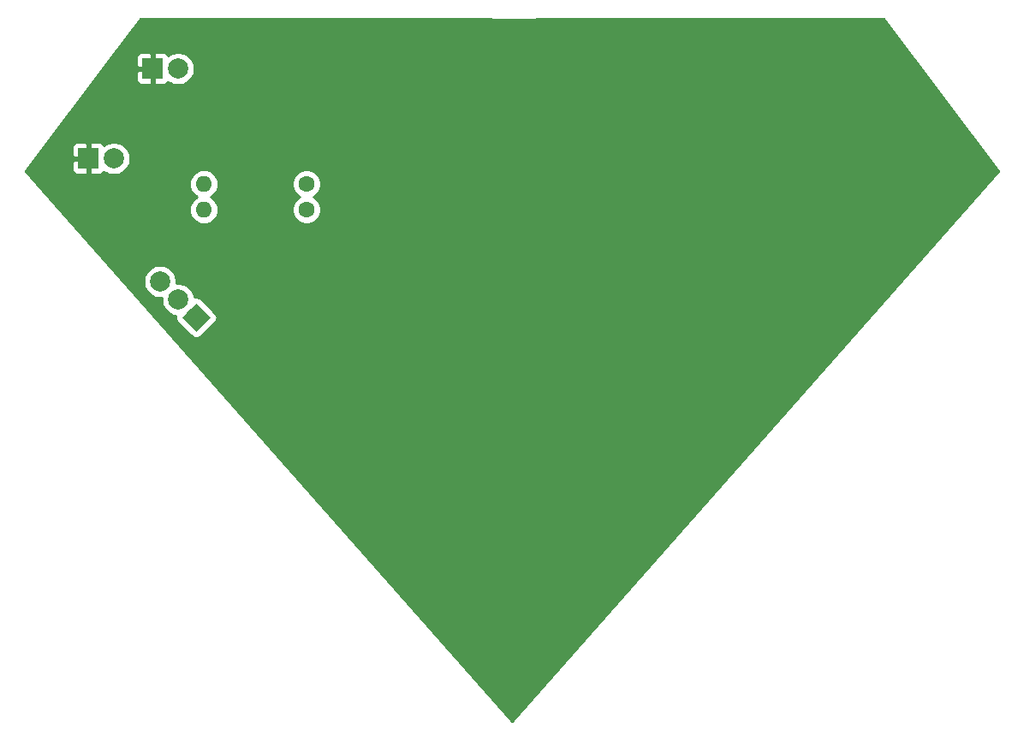
<source format=gbl>
G04 #@! TF.GenerationSoftware,KiCad,Pcbnew,(5.1.2)-1*
G04 #@! TF.CreationDate,2019-06-22T12:29:30-06:00*
G04 #@! TF.ProjectId,superhashtagpcb,73757065-7268-4617-9368-746167706362,rev?*
G04 #@! TF.SameCoordinates,Original*
G04 #@! TF.FileFunction,Copper,L2,Bot*
G04 #@! TF.FilePolarity,Positive*
%FSLAX46Y46*%
G04 Gerber Fmt 4.6, Leading zero omitted, Abs format (unit mm)*
G04 Created by KiCad (PCBNEW (5.1.2)-1) date 2019-06-22 12:29:30*
%MOMM*%
%LPD*%
G04 APERTURE LIST*
%ADD10R,2.000000X2.000000*%
%ADD11C,2.000000*%
%ADD12C,1.600000*%
%ADD13O,1.600000X1.600000*%
%ADD14C,0.100000*%
%ADD15C,0.600000*%
%ADD16C,0.250000*%
%ADD17C,0.254000*%
G04 APERTURE END LIST*
D10*
X114300000Y-85090000D03*
D11*
X116840000Y-85090000D03*
D10*
X107950000Y-93980000D03*
D11*
X110490000Y-93980000D03*
D12*
X129540000Y-96520000D03*
D13*
X119380000Y-96520000D03*
D12*
X129540000Y-99060000D03*
D13*
X119380000Y-99060000D03*
D11*
X115043949Y-106153949D03*
X116840000Y-107950000D03*
X118636051Y-109746051D03*
D14*
G36*
X120050265Y-109746051D02*
G01*
X118636051Y-111160265D01*
X117221837Y-109746051D01*
X118636051Y-108331837D01*
X120050265Y-109746051D01*
X120050265Y-109746051D01*
G37*
D15*
X149860000Y-144780000D03*
D16*
X149860000Y-144780000D02*
X149860000Y-146050000D01*
D17*
G36*
X147659065Y-80181828D02*
G01*
X147686671Y-80191863D01*
X147690767Y-80192911D01*
X147694763Y-80194308D01*
X147723349Y-80201247D01*
X147864989Y-80237487D01*
X147895482Y-80245479D01*
X147897452Y-80245793D01*
X147899390Y-80246289D01*
X147930651Y-80251088D01*
X148010513Y-80263824D01*
X148011865Y-80264318D01*
X148077036Y-80274433D01*
X148108941Y-80279521D01*
X148110374Y-80279607D01*
X148111791Y-80279827D01*
X148144072Y-80281630D01*
X148209882Y-80285582D01*
X148211306Y-80285387D01*
X148275102Y-80288951D01*
X148294152Y-80290827D01*
X148308687Y-80290827D01*
X148323186Y-80291637D01*
X148342293Y-80290827D01*
X151658322Y-80290827D01*
X151677429Y-80291637D01*
X151691927Y-80290827D01*
X151706462Y-80290827D01*
X151725513Y-80288951D01*
X151789312Y-80285386D01*
X151790738Y-80285582D01*
X151856526Y-80281631D01*
X151888818Y-80279827D01*
X151890239Y-80279607D01*
X151891679Y-80279520D01*
X151923689Y-80274415D01*
X151988745Y-80264317D01*
X151990098Y-80263823D01*
X152070032Y-80251074D01*
X152101227Y-80246284D01*
X152103156Y-80245790D01*
X152105121Y-80245477D01*
X152135652Y-80237475D01*
X152277333Y-80201218D01*
X152305851Y-80194293D01*
X152309827Y-80192903D01*
X152313921Y-80191855D01*
X152341577Y-80181800D01*
X152469694Y-80137000D01*
X186626500Y-80137000D01*
X197956322Y-95243429D01*
X149860000Y-149668214D01*
X111263225Y-105992916D01*
X113408949Y-105992916D01*
X113408949Y-106314982D01*
X113471781Y-106630861D01*
X113595031Y-106928412D01*
X113773962Y-107196201D01*
X114001697Y-107423936D01*
X114269486Y-107602867D01*
X114567037Y-107726117D01*
X114882916Y-107788949D01*
X115204982Y-107788949D01*
X115205004Y-107788945D01*
X115205000Y-107788967D01*
X115205000Y-108111033D01*
X115267832Y-108426912D01*
X115391082Y-108724463D01*
X115570013Y-108992252D01*
X115797748Y-109219987D01*
X116065537Y-109398918D01*
X116363088Y-109522168D01*
X116611207Y-109571522D01*
X116596025Y-109621569D01*
X116583765Y-109746051D01*
X116596025Y-109870533D01*
X116632335Y-109990231D01*
X116691300Y-110100545D01*
X116770652Y-110197236D01*
X118184866Y-111611450D01*
X118281557Y-111690802D01*
X118391871Y-111749767D01*
X118511569Y-111786077D01*
X118636051Y-111798337D01*
X118760533Y-111786077D01*
X118880231Y-111749767D01*
X118990545Y-111690802D01*
X119087236Y-111611450D01*
X120501450Y-110197236D01*
X120580802Y-110100545D01*
X120639767Y-109990231D01*
X120676077Y-109870533D01*
X120688337Y-109746051D01*
X120676077Y-109621569D01*
X120639767Y-109501871D01*
X120580802Y-109391557D01*
X120501450Y-109294866D01*
X119087236Y-107880652D01*
X118990545Y-107801300D01*
X118880231Y-107742335D01*
X118760533Y-107706025D01*
X118636051Y-107693765D01*
X118511569Y-107706025D01*
X118461522Y-107721207D01*
X118412168Y-107473088D01*
X118288918Y-107175537D01*
X118109987Y-106907748D01*
X117882252Y-106680013D01*
X117614463Y-106501082D01*
X117316912Y-106377832D01*
X117001033Y-106315000D01*
X116678967Y-106315000D01*
X116678945Y-106315004D01*
X116678949Y-106314982D01*
X116678949Y-105992916D01*
X116616117Y-105677037D01*
X116492867Y-105379486D01*
X116313936Y-105111697D01*
X116086201Y-104883962D01*
X115818412Y-104705031D01*
X115520861Y-104581781D01*
X115204982Y-104518949D01*
X114882916Y-104518949D01*
X114567037Y-104581781D01*
X114269486Y-104705031D01*
X114001697Y-104883962D01*
X113773962Y-105111697D01*
X113595031Y-105379486D01*
X113471781Y-105677037D01*
X113408949Y-105992916D01*
X111263225Y-105992916D01*
X102891811Y-96520000D01*
X117938057Y-96520000D01*
X117965764Y-96801309D01*
X118047818Y-97071808D01*
X118181068Y-97321101D01*
X118360392Y-97539608D01*
X118578899Y-97718932D01*
X118711858Y-97790000D01*
X118578899Y-97861068D01*
X118360392Y-98040392D01*
X118181068Y-98258899D01*
X118047818Y-98508192D01*
X117965764Y-98778691D01*
X117938057Y-99060000D01*
X117965764Y-99341309D01*
X118047818Y-99611808D01*
X118181068Y-99861101D01*
X118360392Y-100079608D01*
X118578899Y-100258932D01*
X118828192Y-100392182D01*
X119098691Y-100474236D01*
X119309508Y-100495000D01*
X119450492Y-100495000D01*
X119661309Y-100474236D01*
X119931808Y-100392182D01*
X120181101Y-100258932D01*
X120399608Y-100079608D01*
X120578932Y-99861101D01*
X120712182Y-99611808D01*
X120794236Y-99341309D01*
X120821943Y-99060000D01*
X120794236Y-98778691D01*
X120712182Y-98508192D01*
X120578932Y-98258899D01*
X120399608Y-98040392D01*
X120181101Y-97861068D01*
X120048142Y-97790000D01*
X120181101Y-97718932D01*
X120399608Y-97539608D01*
X120578932Y-97321101D01*
X120712182Y-97071808D01*
X120794236Y-96801309D01*
X120821943Y-96520000D01*
X120808023Y-96378665D01*
X128105000Y-96378665D01*
X128105000Y-96661335D01*
X128160147Y-96938574D01*
X128268320Y-97199727D01*
X128425363Y-97434759D01*
X128625241Y-97634637D01*
X128857759Y-97790000D01*
X128625241Y-97945363D01*
X128425363Y-98145241D01*
X128268320Y-98380273D01*
X128160147Y-98641426D01*
X128105000Y-98918665D01*
X128105000Y-99201335D01*
X128160147Y-99478574D01*
X128268320Y-99739727D01*
X128425363Y-99974759D01*
X128625241Y-100174637D01*
X128860273Y-100331680D01*
X129121426Y-100439853D01*
X129398665Y-100495000D01*
X129681335Y-100495000D01*
X129958574Y-100439853D01*
X130219727Y-100331680D01*
X130454759Y-100174637D01*
X130654637Y-99974759D01*
X130811680Y-99739727D01*
X130919853Y-99478574D01*
X130975000Y-99201335D01*
X130975000Y-98918665D01*
X130919853Y-98641426D01*
X130811680Y-98380273D01*
X130654637Y-98145241D01*
X130454759Y-97945363D01*
X130222241Y-97790000D01*
X130454759Y-97634637D01*
X130654637Y-97434759D01*
X130811680Y-97199727D01*
X130919853Y-96938574D01*
X130975000Y-96661335D01*
X130975000Y-96378665D01*
X130919853Y-96101426D01*
X130811680Y-95840273D01*
X130654637Y-95605241D01*
X130454759Y-95405363D01*
X130219727Y-95248320D01*
X129958574Y-95140147D01*
X129681335Y-95085000D01*
X129398665Y-95085000D01*
X129121426Y-95140147D01*
X128860273Y-95248320D01*
X128625241Y-95405363D01*
X128425363Y-95605241D01*
X128268320Y-95840273D01*
X128160147Y-96101426D01*
X128105000Y-96378665D01*
X120808023Y-96378665D01*
X120794236Y-96238691D01*
X120712182Y-95968192D01*
X120578932Y-95718899D01*
X120399608Y-95500392D01*
X120181101Y-95321068D01*
X119931808Y-95187818D01*
X119661309Y-95105764D01*
X119450492Y-95085000D01*
X119309508Y-95085000D01*
X119098691Y-95105764D01*
X118828192Y-95187818D01*
X118578899Y-95321068D01*
X118360392Y-95500392D01*
X118181068Y-95718899D01*
X118047818Y-95968192D01*
X117965764Y-96238691D01*
X117938057Y-96520000D01*
X102891811Y-96520000D01*
X101763678Y-95243429D01*
X101961249Y-94980000D01*
X106311928Y-94980000D01*
X106324188Y-95104482D01*
X106360498Y-95224180D01*
X106419463Y-95334494D01*
X106498815Y-95431185D01*
X106595506Y-95510537D01*
X106705820Y-95569502D01*
X106825518Y-95605812D01*
X106950000Y-95618072D01*
X107664250Y-95615000D01*
X107823000Y-95456250D01*
X107823000Y-94107000D01*
X106473750Y-94107000D01*
X106315000Y-94265750D01*
X106311928Y-94980000D01*
X101961249Y-94980000D01*
X103461249Y-92980000D01*
X106311928Y-92980000D01*
X106315000Y-93694250D01*
X106473750Y-93853000D01*
X107823000Y-93853000D01*
X107823000Y-92503750D01*
X108077000Y-92503750D01*
X108077000Y-93853000D01*
X108097000Y-93853000D01*
X108097000Y-94107000D01*
X108077000Y-94107000D01*
X108077000Y-95456250D01*
X108235750Y-95615000D01*
X108950000Y-95618072D01*
X109074482Y-95605812D01*
X109194180Y-95569502D01*
X109304494Y-95510537D01*
X109401185Y-95431185D01*
X109480537Y-95334494D01*
X109505191Y-95288370D01*
X109715537Y-95428918D01*
X110013088Y-95552168D01*
X110328967Y-95615000D01*
X110651033Y-95615000D01*
X110966912Y-95552168D01*
X111264463Y-95428918D01*
X111532252Y-95249987D01*
X111759987Y-95022252D01*
X111938918Y-94754463D01*
X112062168Y-94456912D01*
X112125000Y-94141033D01*
X112125000Y-93818967D01*
X112062168Y-93503088D01*
X111938918Y-93205537D01*
X111759987Y-92937748D01*
X111532252Y-92710013D01*
X111264463Y-92531082D01*
X110966912Y-92407832D01*
X110651033Y-92345000D01*
X110328967Y-92345000D01*
X110013088Y-92407832D01*
X109715537Y-92531082D01*
X109505191Y-92671630D01*
X109480537Y-92625506D01*
X109401185Y-92528815D01*
X109304494Y-92449463D01*
X109194180Y-92390498D01*
X109074482Y-92354188D01*
X108950000Y-92341928D01*
X108235750Y-92345000D01*
X108077000Y-92503750D01*
X107823000Y-92503750D01*
X107664250Y-92345000D01*
X106950000Y-92341928D01*
X106825518Y-92354188D01*
X106705820Y-92390498D01*
X106595506Y-92449463D01*
X106498815Y-92528815D01*
X106419463Y-92625506D01*
X106360498Y-92735820D01*
X106324188Y-92855518D01*
X106311928Y-92980000D01*
X103461249Y-92980000D01*
X108628749Y-86090000D01*
X112661928Y-86090000D01*
X112674188Y-86214482D01*
X112710498Y-86334180D01*
X112769463Y-86444494D01*
X112848815Y-86541185D01*
X112945506Y-86620537D01*
X113055820Y-86679502D01*
X113175518Y-86715812D01*
X113300000Y-86728072D01*
X114014250Y-86725000D01*
X114173000Y-86566250D01*
X114173000Y-85217000D01*
X112823750Y-85217000D01*
X112665000Y-85375750D01*
X112661928Y-86090000D01*
X108628749Y-86090000D01*
X110128749Y-84090000D01*
X112661928Y-84090000D01*
X112665000Y-84804250D01*
X112823750Y-84963000D01*
X114173000Y-84963000D01*
X114173000Y-83613750D01*
X114427000Y-83613750D01*
X114427000Y-84963000D01*
X114447000Y-84963000D01*
X114447000Y-85217000D01*
X114427000Y-85217000D01*
X114427000Y-86566250D01*
X114585750Y-86725000D01*
X115300000Y-86728072D01*
X115424482Y-86715812D01*
X115544180Y-86679502D01*
X115654494Y-86620537D01*
X115751185Y-86541185D01*
X115830537Y-86444494D01*
X115855191Y-86398370D01*
X116065537Y-86538918D01*
X116363088Y-86662168D01*
X116678967Y-86725000D01*
X117001033Y-86725000D01*
X117316912Y-86662168D01*
X117614463Y-86538918D01*
X117882252Y-86359987D01*
X118109987Y-86132252D01*
X118288918Y-85864463D01*
X118412168Y-85566912D01*
X118475000Y-85251033D01*
X118475000Y-84928967D01*
X118412168Y-84613088D01*
X118288918Y-84315537D01*
X118109987Y-84047748D01*
X117882252Y-83820013D01*
X117614463Y-83641082D01*
X117316912Y-83517832D01*
X117001033Y-83455000D01*
X116678967Y-83455000D01*
X116363088Y-83517832D01*
X116065537Y-83641082D01*
X115855191Y-83781630D01*
X115830537Y-83735506D01*
X115751185Y-83638815D01*
X115654494Y-83559463D01*
X115544180Y-83500498D01*
X115424482Y-83464188D01*
X115300000Y-83451928D01*
X114585750Y-83455000D01*
X114427000Y-83613750D01*
X114173000Y-83613750D01*
X114014250Y-83455000D01*
X113300000Y-83451928D01*
X113175518Y-83464188D01*
X113055820Y-83500498D01*
X112945506Y-83559463D01*
X112848815Y-83638815D01*
X112769463Y-83735506D01*
X112710498Y-83845820D01*
X112674188Y-83965518D01*
X112661928Y-84090000D01*
X110128749Y-84090000D01*
X113091738Y-80139349D01*
X113093545Y-80137000D01*
X147530842Y-80137000D01*
X147659065Y-80181828D01*
X147659065Y-80181828D01*
G37*
X147659065Y-80181828D02*
X147686671Y-80191863D01*
X147690767Y-80192911D01*
X147694763Y-80194308D01*
X147723349Y-80201247D01*
X147864989Y-80237487D01*
X147895482Y-80245479D01*
X147897452Y-80245793D01*
X147899390Y-80246289D01*
X147930651Y-80251088D01*
X148010513Y-80263824D01*
X148011865Y-80264318D01*
X148077036Y-80274433D01*
X148108941Y-80279521D01*
X148110374Y-80279607D01*
X148111791Y-80279827D01*
X148144072Y-80281630D01*
X148209882Y-80285582D01*
X148211306Y-80285387D01*
X148275102Y-80288951D01*
X148294152Y-80290827D01*
X148308687Y-80290827D01*
X148323186Y-80291637D01*
X148342293Y-80290827D01*
X151658322Y-80290827D01*
X151677429Y-80291637D01*
X151691927Y-80290827D01*
X151706462Y-80290827D01*
X151725513Y-80288951D01*
X151789312Y-80285386D01*
X151790738Y-80285582D01*
X151856526Y-80281631D01*
X151888818Y-80279827D01*
X151890239Y-80279607D01*
X151891679Y-80279520D01*
X151923689Y-80274415D01*
X151988745Y-80264317D01*
X151990098Y-80263823D01*
X152070032Y-80251074D01*
X152101227Y-80246284D01*
X152103156Y-80245790D01*
X152105121Y-80245477D01*
X152135652Y-80237475D01*
X152277333Y-80201218D01*
X152305851Y-80194293D01*
X152309827Y-80192903D01*
X152313921Y-80191855D01*
X152341577Y-80181800D01*
X152469694Y-80137000D01*
X186626500Y-80137000D01*
X197956322Y-95243429D01*
X149860000Y-149668214D01*
X111263225Y-105992916D01*
X113408949Y-105992916D01*
X113408949Y-106314982D01*
X113471781Y-106630861D01*
X113595031Y-106928412D01*
X113773962Y-107196201D01*
X114001697Y-107423936D01*
X114269486Y-107602867D01*
X114567037Y-107726117D01*
X114882916Y-107788949D01*
X115204982Y-107788949D01*
X115205004Y-107788945D01*
X115205000Y-107788967D01*
X115205000Y-108111033D01*
X115267832Y-108426912D01*
X115391082Y-108724463D01*
X115570013Y-108992252D01*
X115797748Y-109219987D01*
X116065537Y-109398918D01*
X116363088Y-109522168D01*
X116611207Y-109571522D01*
X116596025Y-109621569D01*
X116583765Y-109746051D01*
X116596025Y-109870533D01*
X116632335Y-109990231D01*
X116691300Y-110100545D01*
X116770652Y-110197236D01*
X118184866Y-111611450D01*
X118281557Y-111690802D01*
X118391871Y-111749767D01*
X118511569Y-111786077D01*
X118636051Y-111798337D01*
X118760533Y-111786077D01*
X118880231Y-111749767D01*
X118990545Y-111690802D01*
X119087236Y-111611450D01*
X120501450Y-110197236D01*
X120580802Y-110100545D01*
X120639767Y-109990231D01*
X120676077Y-109870533D01*
X120688337Y-109746051D01*
X120676077Y-109621569D01*
X120639767Y-109501871D01*
X120580802Y-109391557D01*
X120501450Y-109294866D01*
X119087236Y-107880652D01*
X118990545Y-107801300D01*
X118880231Y-107742335D01*
X118760533Y-107706025D01*
X118636051Y-107693765D01*
X118511569Y-107706025D01*
X118461522Y-107721207D01*
X118412168Y-107473088D01*
X118288918Y-107175537D01*
X118109987Y-106907748D01*
X117882252Y-106680013D01*
X117614463Y-106501082D01*
X117316912Y-106377832D01*
X117001033Y-106315000D01*
X116678967Y-106315000D01*
X116678945Y-106315004D01*
X116678949Y-106314982D01*
X116678949Y-105992916D01*
X116616117Y-105677037D01*
X116492867Y-105379486D01*
X116313936Y-105111697D01*
X116086201Y-104883962D01*
X115818412Y-104705031D01*
X115520861Y-104581781D01*
X115204982Y-104518949D01*
X114882916Y-104518949D01*
X114567037Y-104581781D01*
X114269486Y-104705031D01*
X114001697Y-104883962D01*
X113773962Y-105111697D01*
X113595031Y-105379486D01*
X113471781Y-105677037D01*
X113408949Y-105992916D01*
X111263225Y-105992916D01*
X102891811Y-96520000D01*
X117938057Y-96520000D01*
X117965764Y-96801309D01*
X118047818Y-97071808D01*
X118181068Y-97321101D01*
X118360392Y-97539608D01*
X118578899Y-97718932D01*
X118711858Y-97790000D01*
X118578899Y-97861068D01*
X118360392Y-98040392D01*
X118181068Y-98258899D01*
X118047818Y-98508192D01*
X117965764Y-98778691D01*
X117938057Y-99060000D01*
X117965764Y-99341309D01*
X118047818Y-99611808D01*
X118181068Y-99861101D01*
X118360392Y-100079608D01*
X118578899Y-100258932D01*
X118828192Y-100392182D01*
X119098691Y-100474236D01*
X119309508Y-100495000D01*
X119450492Y-100495000D01*
X119661309Y-100474236D01*
X119931808Y-100392182D01*
X120181101Y-100258932D01*
X120399608Y-100079608D01*
X120578932Y-99861101D01*
X120712182Y-99611808D01*
X120794236Y-99341309D01*
X120821943Y-99060000D01*
X120794236Y-98778691D01*
X120712182Y-98508192D01*
X120578932Y-98258899D01*
X120399608Y-98040392D01*
X120181101Y-97861068D01*
X120048142Y-97790000D01*
X120181101Y-97718932D01*
X120399608Y-97539608D01*
X120578932Y-97321101D01*
X120712182Y-97071808D01*
X120794236Y-96801309D01*
X120821943Y-96520000D01*
X120808023Y-96378665D01*
X128105000Y-96378665D01*
X128105000Y-96661335D01*
X128160147Y-96938574D01*
X128268320Y-97199727D01*
X128425363Y-97434759D01*
X128625241Y-97634637D01*
X128857759Y-97790000D01*
X128625241Y-97945363D01*
X128425363Y-98145241D01*
X128268320Y-98380273D01*
X128160147Y-98641426D01*
X128105000Y-98918665D01*
X128105000Y-99201335D01*
X128160147Y-99478574D01*
X128268320Y-99739727D01*
X128425363Y-99974759D01*
X128625241Y-100174637D01*
X128860273Y-100331680D01*
X129121426Y-100439853D01*
X129398665Y-100495000D01*
X129681335Y-100495000D01*
X129958574Y-100439853D01*
X130219727Y-100331680D01*
X130454759Y-100174637D01*
X130654637Y-99974759D01*
X130811680Y-99739727D01*
X130919853Y-99478574D01*
X130975000Y-99201335D01*
X130975000Y-98918665D01*
X130919853Y-98641426D01*
X130811680Y-98380273D01*
X130654637Y-98145241D01*
X130454759Y-97945363D01*
X130222241Y-97790000D01*
X130454759Y-97634637D01*
X130654637Y-97434759D01*
X130811680Y-97199727D01*
X130919853Y-96938574D01*
X130975000Y-96661335D01*
X130975000Y-96378665D01*
X130919853Y-96101426D01*
X130811680Y-95840273D01*
X130654637Y-95605241D01*
X130454759Y-95405363D01*
X130219727Y-95248320D01*
X129958574Y-95140147D01*
X129681335Y-95085000D01*
X129398665Y-95085000D01*
X129121426Y-95140147D01*
X128860273Y-95248320D01*
X128625241Y-95405363D01*
X128425363Y-95605241D01*
X128268320Y-95840273D01*
X128160147Y-96101426D01*
X128105000Y-96378665D01*
X120808023Y-96378665D01*
X120794236Y-96238691D01*
X120712182Y-95968192D01*
X120578932Y-95718899D01*
X120399608Y-95500392D01*
X120181101Y-95321068D01*
X119931808Y-95187818D01*
X119661309Y-95105764D01*
X119450492Y-95085000D01*
X119309508Y-95085000D01*
X119098691Y-95105764D01*
X118828192Y-95187818D01*
X118578899Y-95321068D01*
X118360392Y-95500392D01*
X118181068Y-95718899D01*
X118047818Y-95968192D01*
X117965764Y-96238691D01*
X117938057Y-96520000D01*
X102891811Y-96520000D01*
X101763678Y-95243429D01*
X101961249Y-94980000D01*
X106311928Y-94980000D01*
X106324188Y-95104482D01*
X106360498Y-95224180D01*
X106419463Y-95334494D01*
X106498815Y-95431185D01*
X106595506Y-95510537D01*
X106705820Y-95569502D01*
X106825518Y-95605812D01*
X106950000Y-95618072D01*
X107664250Y-95615000D01*
X107823000Y-95456250D01*
X107823000Y-94107000D01*
X106473750Y-94107000D01*
X106315000Y-94265750D01*
X106311928Y-94980000D01*
X101961249Y-94980000D01*
X103461249Y-92980000D01*
X106311928Y-92980000D01*
X106315000Y-93694250D01*
X106473750Y-93853000D01*
X107823000Y-93853000D01*
X107823000Y-92503750D01*
X108077000Y-92503750D01*
X108077000Y-93853000D01*
X108097000Y-93853000D01*
X108097000Y-94107000D01*
X108077000Y-94107000D01*
X108077000Y-95456250D01*
X108235750Y-95615000D01*
X108950000Y-95618072D01*
X109074482Y-95605812D01*
X109194180Y-95569502D01*
X109304494Y-95510537D01*
X109401185Y-95431185D01*
X109480537Y-95334494D01*
X109505191Y-95288370D01*
X109715537Y-95428918D01*
X110013088Y-95552168D01*
X110328967Y-95615000D01*
X110651033Y-95615000D01*
X110966912Y-95552168D01*
X111264463Y-95428918D01*
X111532252Y-95249987D01*
X111759987Y-95022252D01*
X111938918Y-94754463D01*
X112062168Y-94456912D01*
X112125000Y-94141033D01*
X112125000Y-93818967D01*
X112062168Y-93503088D01*
X111938918Y-93205537D01*
X111759987Y-92937748D01*
X111532252Y-92710013D01*
X111264463Y-92531082D01*
X110966912Y-92407832D01*
X110651033Y-92345000D01*
X110328967Y-92345000D01*
X110013088Y-92407832D01*
X109715537Y-92531082D01*
X109505191Y-92671630D01*
X109480537Y-92625506D01*
X109401185Y-92528815D01*
X109304494Y-92449463D01*
X109194180Y-92390498D01*
X109074482Y-92354188D01*
X108950000Y-92341928D01*
X108235750Y-92345000D01*
X108077000Y-92503750D01*
X107823000Y-92503750D01*
X107664250Y-92345000D01*
X106950000Y-92341928D01*
X106825518Y-92354188D01*
X106705820Y-92390498D01*
X106595506Y-92449463D01*
X106498815Y-92528815D01*
X106419463Y-92625506D01*
X106360498Y-92735820D01*
X106324188Y-92855518D01*
X106311928Y-92980000D01*
X103461249Y-92980000D01*
X108628749Y-86090000D01*
X112661928Y-86090000D01*
X112674188Y-86214482D01*
X112710498Y-86334180D01*
X112769463Y-86444494D01*
X112848815Y-86541185D01*
X112945506Y-86620537D01*
X113055820Y-86679502D01*
X113175518Y-86715812D01*
X113300000Y-86728072D01*
X114014250Y-86725000D01*
X114173000Y-86566250D01*
X114173000Y-85217000D01*
X112823750Y-85217000D01*
X112665000Y-85375750D01*
X112661928Y-86090000D01*
X108628749Y-86090000D01*
X110128749Y-84090000D01*
X112661928Y-84090000D01*
X112665000Y-84804250D01*
X112823750Y-84963000D01*
X114173000Y-84963000D01*
X114173000Y-83613750D01*
X114427000Y-83613750D01*
X114427000Y-84963000D01*
X114447000Y-84963000D01*
X114447000Y-85217000D01*
X114427000Y-85217000D01*
X114427000Y-86566250D01*
X114585750Y-86725000D01*
X115300000Y-86728072D01*
X115424482Y-86715812D01*
X115544180Y-86679502D01*
X115654494Y-86620537D01*
X115751185Y-86541185D01*
X115830537Y-86444494D01*
X115855191Y-86398370D01*
X116065537Y-86538918D01*
X116363088Y-86662168D01*
X116678967Y-86725000D01*
X117001033Y-86725000D01*
X117316912Y-86662168D01*
X117614463Y-86538918D01*
X117882252Y-86359987D01*
X118109987Y-86132252D01*
X118288918Y-85864463D01*
X118412168Y-85566912D01*
X118475000Y-85251033D01*
X118475000Y-84928967D01*
X118412168Y-84613088D01*
X118288918Y-84315537D01*
X118109987Y-84047748D01*
X117882252Y-83820013D01*
X117614463Y-83641082D01*
X117316912Y-83517832D01*
X117001033Y-83455000D01*
X116678967Y-83455000D01*
X116363088Y-83517832D01*
X116065537Y-83641082D01*
X115855191Y-83781630D01*
X115830537Y-83735506D01*
X115751185Y-83638815D01*
X115654494Y-83559463D01*
X115544180Y-83500498D01*
X115424482Y-83464188D01*
X115300000Y-83451928D01*
X114585750Y-83455000D01*
X114427000Y-83613750D01*
X114173000Y-83613750D01*
X114014250Y-83455000D01*
X113300000Y-83451928D01*
X113175518Y-83464188D01*
X113055820Y-83500498D01*
X112945506Y-83559463D01*
X112848815Y-83638815D01*
X112769463Y-83735506D01*
X112710498Y-83845820D01*
X112674188Y-83965518D01*
X112661928Y-84090000D01*
X110128749Y-84090000D01*
X113091738Y-80139349D01*
X113093545Y-80137000D01*
X147530842Y-80137000D01*
X147659065Y-80181828D01*
M02*

</source>
